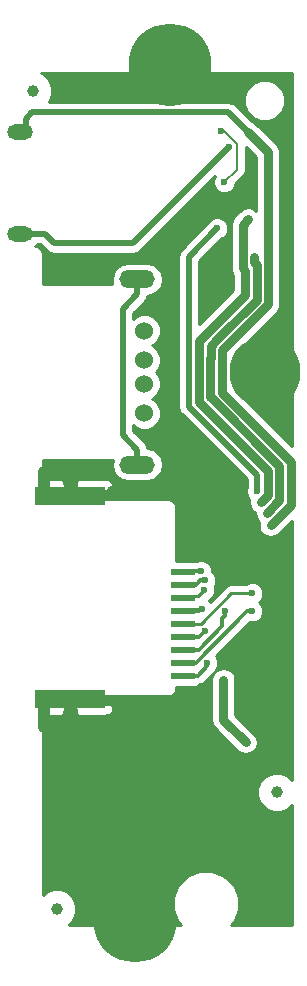
<source format=gbr>
G04 #@! TF.FileFunction,Copper,L2,Bot,Signal*
%FSLAX46Y46*%
G04 Gerber Fmt 4.6, Leading zero omitted, Abs format (unit mm)*
G04 Created by KiCad (PCBNEW no-vcs-found-undefined) date Tue Nov  8 14:51:07 2016*
%MOMM*%
%LPD*%
G01*
G04 APERTURE LIST*
%ADD10C,0.600000*%
%ADD11C,0.900000*%
%ADD12C,1.000000*%
%ADD13C,7.000000*%
%ADD14C,6.000000*%
%ADD15O,2.200000X1.300000*%
%ADD16C,1.524000*%
%ADD17O,3.000000X1.524000*%
%ADD18R,6.000000X1.600000*%
%ADD19R,2.000000X0.550000*%
%ADD20R,3.000000X1.200000*%
%ADD21C,0.600000*%
%ADD22C,0.250000*%
%ADD23C,1.016000*%
%ADD24C,0.304800*%
%ADD25C,0.203200*%
%ADD26C,0.508000*%
%ADD27C,0.762000*%
%ADD28C,0.254000*%
G04 APERTURE END LIST*
D10*
D11*
X121650000Y-148000000D03*
X121600000Y-149300000D03*
X121650000Y-150550000D03*
X115750000Y-155850000D03*
D12*
X104394000Y-171458000D03*
X123012200Y-161600000D03*
X102362000Y-102200000D03*
D11*
X123799600Y-109804200D03*
X120700800Y-109931200D03*
X118643400Y-115189000D03*
X113842800Y-114884200D03*
X121615200Y-151739600D03*
X122800000Y-142000000D03*
X122800000Y-140900000D03*
X111125000Y-136118600D03*
D13*
X114000000Y-100000000D03*
X111000000Y-172500000D03*
D14*
X122000000Y-126000000D03*
D11*
X109067600Y-136093200D03*
D15*
X101300000Y-114300000D03*
X101300000Y-105700000D03*
D16*
X111800000Y-122500000D03*
X111800000Y-125000000D03*
X111800000Y-127000000D03*
X111800000Y-129500000D03*
D17*
X111200000Y-118150000D03*
X111200000Y-133850000D03*
D18*
X105500000Y-136508600D03*
X105500000Y-153708600D03*
D19*
X115100000Y-142908600D03*
X115100000Y-144008600D03*
X115100000Y-145108600D03*
X115100000Y-146208600D03*
X115100000Y-147308600D03*
X115100000Y-148408600D03*
X115100000Y-149508600D03*
X115100000Y-150608600D03*
X115100000Y-151708600D03*
D20*
X104000000Y-153508600D03*
X104000000Y-136708600D03*
D21*
X118050000Y-136150000D03*
X108800000Y-155200000D03*
X119253000Y-111226600D03*
X118287800Y-105613200D03*
X118560904Y-109937496D03*
X118948200Y-106984800D03*
X116898004Y-147898004D03*
X116681293Y-146087261D03*
X122483600Y-138958600D03*
X121664420Y-137034580D03*
X120588286Y-113080800D03*
X122166857Y-137914857D03*
X121081800Y-116281200D03*
X121350000Y-136100000D03*
X117967923Y-113834810D03*
X116616978Y-142879599D03*
X116956790Y-143649085D03*
X116866013Y-144477071D03*
X120950000Y-144750000D03*
X118599998Y-146200000D03*
X120950000Y-146250000D03*
X118500006Y-152050000D03*
X120396000Y-157353000D03*
X117133051Y-150633051D03*
D22*
X104000000Y-153408600D02*
X103500000Y-153908600D01*
X103500000Y-153908600D02*
X103500000Y-155000000D01*
X103500000Y-155000000D02*
X103700000Y-155200000D01*
X103700000Y-155200000D02*
X108800000Y-155200000D01*
D23*
X105500000Y-153708600D02*
X103402900Y-153708600D01*
X103402900Y-153708600D02*
X103300000Y-153811500D01*
X103300000Y-156005000D02*
X103314500Y-156019500D01*
X103300000Y-153811500D02*
X103300000Y-156005000D01*
D22*
X118050000Y-136150000D02*
X111156400Y-136150000D01*
X111156400Y-136150000D02*
X111125000Y-136118600D01*
D23*
X103314500Y-136492200D02*
X103314500Y-134429500D01*
X103330900Y-136508600D02*
X103314500Y-136492200D01*
X105500000Y-136508600D02*
X103330900Y-136508600D01*
X105500000Y-153708600D02*
X105500000Y-155728500D01*
X105500000Y-155728500D02*
X105981500Y-156210000D01*
X105500000Y-136508600D02*
X105500000Y-134847500D01*
X106680000Y-134683500D02*
X106743500Y-134747000D01*
X105664000Y-134683500D02*
X106680000Y-134683500D01*
X105500000Y-134847500D02*
X105664000Y-134683500D01*
D24*
X119984799Y-110926601D02*
X120904000Y-110007400D01*
X119253000Y-111226600D02*
X119552999Y-110926601D01*
X119552999Y-110926601D02*
X119984799Y-110926601D01*
D22*
X104000000Y-136608600D02*
X108552200Y-136608600D01*
X108552200Y-136608600D02*
X109067600Y-136093200D01*
D25*
X118560904Y-109937496D02*
X119634000Y-108864400D01*
X118568307Y-105613200D02*
X118287800Y-105613200D01*
X119634000Y-108864400D02*
X119634000Y-106678893D01*
X119634000Y-106678893D02*
X118568307Y-105613200D01*
D26*
X104145400Y-115087400D02*
X110845600Y-115087400D01*
X110845600Y-115087400D02*
X118948200Y-106984800D01*
X101750000Y-114300000D02*
X103358000Y-114300000D01*
X103358000Y-114300000D02*
X104145400Y-115087400D01*
D24*
X116381770Y-148408600D02*
X115100000Y-148408600D01*
X116898004Y-147898004D02*
X116387408Y-148408600D01*
X116387408Y-148408600D02*
X116381770Y-148408600D01*
X116512739Y-146087261D02*
X116512739Y-146100661D01*
X116404800Y-146208600D02*
X115100000Y-146208600D01*
X116512739Y-146100661D02*
X116404800Y-146208600D01*
X116681293Y-146087261D02*
X116512739Y-146087261D01*
D22*
X115100000Y-146108600D02*
X116659954Y-146108600D01*
X116659954Y-146108600D02*
X116681293Y-146087261D01*
D26*
X120573800Y-105714800D02*
X120573800Y-105664000D01*
X120573800Y-105664000D02*
X118917801Y-104008001D01*
X118917801Y-104008001D02*
X102283999Y-104008001D01*
X102283999Y-104008001D02*
X101750000Y-104542000D01*
X101750000Y-104542000D02*
X101750000Y-105700000D01*
D27*
X122275600Y-107416600D02*
X120573800Y-105714800D01*
X122275600Y-120269000D02*
X122275600Y-107416600D01*
X118364999Y-124179601D02*
X122275600Y-120269000D01*
X124206000Y-137236200D02*
X124206000Y-133585802D01*
X124206000Y-133585802D02*
X118364999Y-127744801D01*
X118364999Y-127744801D02*
X118364999Y-124179601D01*
X122483600Y-138958600D02*
X124206000Y-137236200D01*
X122278790Y-134379565D02*
X122278790Y-136420210D01*
X122278790Y-136420210D02*
X121664420Y-137034580D01*
X116411390Y-128512165D02*
X122278790Y-134379565D01*
X120351580Y-119472048D02*
X116411390Y-123412238D01*
X116411390Y-123412238D02*
X116411390Y-128512165D01*
X120351580Y-117455980D02*
X120351580Y-119472048D01*
X120588286Y-113080800D02*
X120119790Y-113549296D01*
X120119790Y-113549296D02*
X120119790Y-117224190D01*
X120119790Y-117224190D02*
X120351580Y-117455980D01*
X123240800Y-136840914D02*
X122166857Y-137914857D01*
X117402991Y-128143279D02*
X123240800Y-133981088D01*
X123240800Y-133981088D02*
X123240800Y-136840914D01*
X117373400Y-124815600D02*
X117373400Y-128113688D01*
X117373400Y-128113688D02*
X117402991Y-128143279D01*
X117402991Y-124786009D02*
X117373400Y-124815600D01*
X117402991Y-123781123D02*
X117402991Y-124786009D01*
X117966523Y-123217591D02*
X117402991Y-123781123D01*
X121313590Y-119870524D02*
X117966523Y-123217591D01*
X121313590Y-116937254D02*
X121313590Y-119870524D01*
X121081800Y-116281200D02*
X121081800Y-116705464D01*
X121081800Y-116705464D02*
X121313590Y-116937254D01*
D26*
X117967923Y-113834810D02*
X115576381Y-116226352D01*
X115576381Y-116226352D02*
X115576381Y-128926381D01*
X115576381Y-128926381D02*
X121350000Y-134700000D01*
X121350000Y-134700000D02*
X121350000Y-136100000D01*
D22*
X115141400Y-142850000D02*
X116587379Y-142850000D01*
X116587379Y-142850000D02*
X116616978Y-142879599D01*
D24*
X116616978Y-142879599D02*
X115129001Y-142879599D01*
X115100000Y-144008600D02*
X116203200Y-144008600D01*
X116203200Y-144008600D02*
X116303200Y-143908600D01*
X116303200Y-143908600D02*
X116303200Y-143878411D01*
X116303200Y-143878411D02*
X116532526Y-143649085D01*
X116532526Y-143649085D02*
X116956790Y-143649085D01*
D22*
X115100000Y-143908600D02*
X116350000Y-143908600D01*
X116350000Y-143908600D02*
X116303200Y-143908600D01*
X115100000Y-145008600D02*
X116334484Y-145008600D01*
X116334484Y-145008600D02*
X116866013Y-144477071D01*
X115100000Y-147308600D02*
X116566396Y-147308600D01*
X116566396Y-147308600D02*
X119124996Y-144750000D01*
X119124996Y-144750000D02*
X120950000Y-144750000D01*
D24*
X118599998Y-146624264D02*
X118599998Y-146200000D01*
X118400000Y-146824262D02*
X118599998Y-146624264D01*
X118400000Y-147513400D02*
X118400000Y-146824262D01*
X115100000Y-149508600D02*
X116404800Y-149508600D01*
X116404800Y-149508600D02*
X118400000Y-147513400D01*
X118400000Y-147513400D02*
X118400000Y-147500000D01*
D22*
X118400000Y-146824262D02*
X118400000Y-147500000D01*
D24*
X115100000Y-150608600D02*
X116167136Y-150608600D01*
X116167136Y-150608600D02*
X120525736Y-146250000D01*
X120525736Y-146250000D02*
X120950000Y-146250000D01*
D27*
X118500006Y-155457006D02*
X118500006Y-152474264D01*
X120396000Y-157353000D02*
X118500006Y-155457006D01*
X118500006Y-152474264D02*
X118500006Y-152050000D01*
D24*
X115100000Y-151708600D02*
X116341400Y-151708600D01*
X117133051Y-150916949D02*
X117133051Y-150633051D01*
X116341400Y-151708600D02*
X117133051Y-150916949D01*
D26*
X109956600Y-120663400D02*
X109956600Y-131336600D01*
X109956600Y-131336600D02*
X111200000Y-132580000D01*
X111200000Y-132580000D02*
X111200000Y-133850000D01*
X111200000Y-118150000D02*
X111200000Y-119420000D01*
X111200000Y-119420000D02*
X109956600Y-120663400D01*
D28*
G36*
X121259600Y-107837441D02*
X121259600Y-112330905D01*
X120977093Y-112142139D01*
X120588286Y-112064801D01*
X120199479Y-112142139D01*
X119869865Y-112362380D01*
X119401370Y-112830876D01*
X119181128Y-113160489D01*
X119181128Y-113160490D01*
X119103790Y-113549296D01*
X119103790Y-117224190D01*
X119149896Y-117455980D01*
X119181128Y-117612997D01*
X119335580Y-117844149D01*
X119335580Y-119051207D01*
X116465381Y-121921407D01*
X116465381Y-116594588D01*
X118386397Y-114673572D01*
X118496866Y-114627927D01*
X118760115Y-114365137D01*
X118902761Y-114021609D01*
X118903085Y-113649643D01*
X118761040Y-113305867D01*
X118498250Y-113042618D01*
X118154722Y-112899972D01*
X117782756Y-112899648D01*
X117438980Y-113041693D01*
X117175731Y-113304483D01*
X117129374Y-113416123D01*
X114947763Y-115597734D01*
X114755052Y-115886146D01*
X114687381Y-116226352D01*
X114687381Y-128926381D01*
X114755052Y-129266587D01*
X114929833Y-129528165D01*
X114947763Y-129554999D01*
X120461000Y-135068236D01*
X120461000Y-135802811D01*
X120415162Y-135913201D01*
X120414838Y-136285167D01*
X120556883Y-136628943D01*
X120700491Y-136772802D01*
X120648421Y-137034580D01*
X120725758Y-137423387D01*
X120946000Y-137753000D01*
X121155243Y-137892813D01*
X121150858Y-137914857D01*
X121228195Y-138303664D01*
X121448437Y-138633277D01*
X121522471Y-138682745D01*
X121467601Y-138958600D01*
X121544938Y-139347407D01*
X121765180Y-139677020D01*
X122094793Y-139897262D01*
X122483600Y-139974599D01*
X122872407Y-139897262D01*
X123202020Y-139677020D01*
X124290000Y-138589041D01*
X124290000Y-160554449D01*
X123944100Y-160207945D01*
X123340447Y-159957286D01*
X122686821Y-159956716D01*
X122082731Y-160206320D01*
X121620145Y-160668100D01*
X121369486Y-161271753D01*
X121368916Y-161925379D01*
X121618520Y-162529469D01*
X122080300Y-162992055D01*
X122683953Y-163242714D01*
X123337579Y-163243284D01*
X123941669Y-162993680D01*
X124290000Y-162645956D01*
X124290000Y-172790000D01*
X119137576Y-172790000D01*
X119352854Y-172575098D01*
X119776517Y-171554803D01*
X119777481Y-170450044D01*
X119355599Y-169429011D01*
X118575098Y-168647146D01*
X117554803Y-168223483D01*
X116450044Y-168222519D01*
X115429011Y-168644401D01*
X114647146Y-169424902D01*
X114223483Y-170445197D01*
X114222519Y-171549956D01*
X114644401Y-172570989D01*
X114863030Y-172790000D01*
X105385257Y-172790000D01*
X105786055Y-172389900D01*
X106036714Y-171786247D01*
X106037284Y-171132621D01*
X105787680Y-170528531D01*
X105325900Y-170065945D01*
X104722247Y-169815286D01*
X104068621Y-169814716D01*
X103464531Y-170064320D01*
X103210000Y-170318408D01*
X103210000Y-155143600D01*
X104833250Y-155143600D01*
X104992000Y-154984850D01*
X104992000Y-154743600D01*
X105626310Y-154743600D01*
X105859699Y-154646927D01*
X106008000Y-154498625D01*
X106008000Y-154984850D01*
X106166750Y-155143600D01*
X108626310Y-155143600D01*
X108859699Y-155046927D01*
X109038327Y-154868298D01*
X109135000Y-154634909D01*
X109135000Y-154267350D01*
X108976250Y-154108600D01*
X106135000Y-154108600D01*
X106135000Y-153967350D01*
X105976250Y-153808600D01*
X104972000Y-153808600D01*
X104972000Y-153460000D01*
X113800000Y-153460000D01*
X114071705Y-153405954D01*
X114302046Y-153252046D01*
X114455954Y-153021705D01*
X114510000Y-152750000D01*
X114510000Y-152631040D01*
X116100000Y-152631040D01*
X116347765Y-152581757D01*
X116533208Y-152457847D01*
X116642725Y-152436063D01*
X116898176Y-152265376D01*
X117680124Y-151483428D01*
X117561344Y-151661194D01*
X117484006Y-152050000D01*
X117484006Y-155457006D01*
X117548513Y-155781306D01*
X117561344Y-155845813D01*
X117781586Y-156175426D01*
X119677579Y-158071420D01*
X120007193Y-158291661D01*
X120396000Y-158368999D01*
X120784807Y-158291661D01*
X121114420Y-158071420D01*
X121334661Y-157741807D01*
X121411999Y-157353000D01*
X121334661Y-156964193D01*
X121114420Y-156634579D01*
X119516006Y-155036166D01*
X119516006Y-152050000D01*
X119438668Y-151661194D01*
X119218426Y-151331580D01*
X118888812Y-151111338D01*
X118500006Y-151034000D01*
X118111200Y-151111338D01*
X117787402Y-151327694D01*
X117841009Y-151247465D01*
X117925243Y-151163378D01*
X118067889Y-150819850D01*
X118068213Y-150447884D01*
X117926168Y-150104108D01*
X117855736Y-150033552D01*
X120721688Y-147167600D01*
X120763201Y-147184838D01*
X121135167Y-147185162D01*
X121478943Y-147043117D01*
X121742192Y-146780327D01*
X121884838Y-146436799D01*
X121885162Y-146064833D01*
X121743117Y-145721057D01*
X121522291Y-145499845D01*
X121742192Y-145280327D01*
X121884838Y-144936799D01*
X121885162Y-144564833D01*
X121743117Y-144221057D01*
X121480327Y-143957808D01*
X121136799Y-143815162D01*
X120764833Y-143814838D01*
X120421057Y-143956883D01*
X120387882Y-143990000D01*
X119124996Y-143990000D01*
X118834157Y-144047852D01*
X118587595Y-144212599D01*
X117358244Y-145441950D01*
X117247573Y-145331085D01*
X117394956Y-145270188D01*
X117658205Y-145007398D01*
X117800851Y-144663870D01*
X117801175Y-144291904D01*
X117751845Y-144172517D01*
X117891628Y-143835884D01*
X117891952Y-143463918D01*
X117749907Y-143120142D01*
X117551942Y-142921831D01*
X117552140Y-142694432D01*
X117410095Y-142350656D01*
X117147305Y-142087407D01*
X116803777Y-141944761D01*
X116431811Y-141944437D01*
X116255821Y-142017154D01*
X116100000Y-141986160D01*
X114510000Y-141986160D01*
X114510000Y-137500000D01*
X114455954Y-137228295D01*
X114302046Y-136997954D01*
X114071705Y-136844046D01*
X113800000Y-136790000D01*
X104972000Y-136790000D01*
X104972000Y-136408600D01*
X105976250Y-136408600D01*
X106135000Y-136249850D01*
X106135000Y-136108600D01*
X108976250Y-136108600D01*
X109135000Y-135949850D01*
X109135000Y-135582291D01*
X109038327Y-135348902D01*
X108859699Y-135170273D01*
X108626310Y-135073600D01*
X106166750Y-135073600D01*
X106008000Y-135232350D01*
X106008000Y-135718575D01*
X105859699Y-135570273D01*
X105626310Y-135473600D01*
X104992000Y-135473600D01*
X104992000Y-135232350D01*
X104833250Y-135073600D01*
X103210000Y-135073600D01*
X103210000Y-133425000D01*
X109107710Y-133425000D01*
X109023173Y-133850000D01*
X109129513Y-134384609D01*
X109432345Y-134837828D01*
X109885564Y-135140660D01*
X110420173Y-135247000D01*
X111979827Y-135247000D01*
X112514436Y-135140660D01*
X112967655Y-134837828D01*
X113270487Y-134384609D01*
X113376827Y-133850000D01*
X113270487Y-133315391D01*
X112967655Y-132862172D01*
X112514436Y-132559340D01*
X112067195Y-132470379D01*
X112021329Y-132239794D01*
X111828618Y-131951382D01*
X110845600Y-130968364D01*
X110845600Y-130521316D01*
X111007630Y-130683629D01*
X111520900Y-130896757D01*
X112076661Y-130897242D01*
X112590303Y-130685010D01*
X112983629Y-130292370D01*
X113196757Y-129779100D01*
X113197242Y-129223339D01*
X112985010Y-128709697D01*
X112592370Y-128316371D01*
X112432772Y-128250100D01*
X112590303Y-128185010D01*
X112983629Y-127792370D01*
X113196757Y-127279100D01*
X113197242Y-126723339D01*
X112985010Y-126209697D01*
X112775658Y-125999979D01*
X112983629Y-125792370D01*
X113196757Y-125279100D01*
X113197242Y-124723339D01*
X112985010Y-124209697D01*
X112592370Y-123816371D01*
X112432772Y-123750100D01*
X112590303Y-123685010D01*
X112983629Y-123292370D01*
X113196757Y-122779100D01*
X113197242Y-122223339D01*
X112985010Y-121709697D01*
X112592370Y-121316371D01*
X112079100Y-121103243D01*
X111523339Y-121102758D01*
X111009697Y-121314990D01*
X110845600Y-121478801D01*
X110845600Y-121031636D01*
X111828618Y-120048618D01*
X111885826Y-119963000D01*
X112021329Y-119760206D01*
X112067195Y-119529621D01*
X112514436Y-119440660D01*
X112967655Y-119137828D01*
X113270487Y-118684609D01*
X113376827Y-118150000D01*
X113270487Y-117615391D01*
X112967655Y-117162172D01*
X112514436Y-116859340D01*
X111979827Y-116753000D01*
X110420173Y-116753000D01*
X109885564Y-116859340D01*
X109432345Y-117162172D01*
X109129513Y-117615391D01*
X109023173Y-118150000D01*
X109101345Y-118543000D01*
X103210000Y-118543000D01*
X103210000Y-116000000D01*
X103155954Y-115728295D01*
X103002046Y-115497954D01*
X102771705Y-115344046D01*
X102554595Y-115300860D01*
X102692623Y-115208632D01*
X102705741Y-115189000D01*
X102989764Y-115189000D01*
X103516782Y-115716018D01*
X103805194Y-115908729D01*
X104145400Y-115976400D01*
X110845600Y-115976400D01*
X111185806Y-115908729D01*
X111474218Y-115716018D01*
X117758519Y-109431717D01*
X117626066Y-109750697D01*
X117625742Y-110122663D01*
X117767787Y-110466439D01*
X118030577Y-110729688D01*
X118374105Y-110872334D01*
X118746071Y-110872658D01*
X119089847Y-110730613D01*
X119353096Y-110467823D01*
X119495742Y-110124295D01*
X119495812Y-110044298D01*
X120154855Y-109385255D01*
X120314530Y-109146285D01*
X120370600Y-108864400D01*
X120370600Y-106948440D01*
X121259600Y-107837441D01*
X121259600Y-107837441D01*
G37*
X121259600Y-107837441D02*
X121259600Y-112330905D01*
X120977093Y-112142139D01*
X120588286Y-112064801D01*
X120199479Y-112142139D01*
X119869865Y-112362380D01*
X119401370Y-112830876D01*
X119181128Y-113160489D01*
X119181128Y-113160490D01*
X119103790Y-113549296D01*
X119103790Y-117224190D01*
X119149896Y-117455980D01*
X119181128Y-117612997D01*
X119335580Y-117844149D01*
X119335580Y-119051207D01*
X116465381Y-121921407D01*
X116465381Y-116594588D01*
X118386397Y-114673572D01*
X118496866Y-114627927D01*
X118760115Y-114365137D01*
X118902761Y-114021609D01*
X118903085Y-113649643D01*
X118761040Y-113305867D01*
X118498250Y-113042618D01*
X118154722Y-112899972D01*
X117782756Y-112899648D01*
X117438980Y-113041693D01*
X117175731Y-113304483D01*
X117129374Y-113416123D01*
X114947763Y-115597734D01*
X114755052Y-115886146D01*
X114687381Y-116226352D01*
X114687381Y-128926381D01*
X114755052Y-129266587D01*
X114929833Y-129528165D01*
X114947763Y-129554999D01*
X120461000Y-135068236D01*
X120461000Y-135802811D01*
X120415162Y-135913201D01*
X120414838Y-136285167D01*
X120556883Y-136628943D01*
X120700491Y-136772802D01*
X120648421Y-137034580D01*
X120725758Y-137423387D01*
X120946000Y-137753000D01*
X121155243Y-137892813D01*
X121150858Y-137914857D01*
X121228195Y-138303664D01*
X121448437Y-138633277D01*
X121522471Y-138682745D01*
X121467601Y-138958600D01*
X121544938Y-139347407D01*
X121765180Y-139677020D01*
X122094793Y-139897262D01*
X122483600Y-139974599D01*
X122872407Y-139897262D01*
X123202020Y-139677020D01*
X124290000Y-138589041D01*
X124290000Y-160554449D01*
X123944100Y-160207945D01*
X123340447Y-159957286D01*
X122686821Y-159956716D01*
X122082731Y-160206320D01*
X121620145Y-160668100D01*
X121369486Y-161271753D01*
X121368916Y-161925379D01*
X121618520Y-162529469D01*
X122080300Y-162992055D01*
X122683953Y-163242714D01*
X123337579Y-163243284D01*
X123941669Y-162993680D01*
X124290000Y-162645956D01*
X124290000Y-172790000D01*
X119137576Y-172790000D01*
X119352854Y-172575098D01*
X119776517Y-171554803D01*
X119777481Y-170450044D01*
X119355599Y-169429011D01*
X118575098Y-168647146D01*
X117554803Y-168223483D01*
X116450044Y-168222519D01*
X115429011Y-168644401D01*
X114647146Y-169424902D01*
X114223483Y-170445197D01*
X114222519Y-171549956D01*
X114644401Y-172570989D01*
X114863030Y-172790000D01*
X105385257Y-172790000D01*
X105786055Y-172389900D01*
X106036714Y-171786247D01*
X106037284Y-171132621D01*
X105787680Y-170528531D01*
X105325900Y-170065945D01*
X104722247Y-169815286D01*
X104068621Y-169814716D01*
X103464531Y-170064320D01*
X103210000Y-170318408D01*
X103210000Y-155143600D01*
X104833250Y-155143600D01*
X104992000Y-154984850D01*
X104992000Y-154743600D01*
X105626310Y-154743600D01*
X105859699Y-154646927D01*
X106008000Y-154498625D01*
X106008000Y-154984850D01*
X106166750Y-155143600D01*
X108626310Y-155143600D01*
X108859699Y-155046927D01*
X109038327Y-154868298D01*
X109135000Y-154634909D01*
X109135000Y-154267350D01*
X108976250Y-154108600D01*
X106135000Y-154108600D01*
X106135000Y-153967350D01*
X105976250Y-153808600D01*
X104972000Y-153808600D01*
X104972000Y-153460000D01*
X113800000Y-153460000D01*
X114071705Y-153405954D01*
X114302046Y-153252046D01*
X114455954Y-153021705D01*
X114510000Y-152750000D01*
X114510000Y-152631040D01*
X116100000Y-152631040D01*
X116347765Y-152581757D01*
X116533208Y-152457847D01*
X116642725Y-152436063D01*
X116898176Y-152265376D01*
X117680124Y-151483428D01*
X117561344Y-151661194D01*
X117484006Y-152050000D01*
X117484006Y-155457006D01*
X117548513Y-155781306D01*
X117561344Y-155845813D01*
X117781586Y-156175426D01*
X119677579Y-158071420D01*
X120007193Y-158291661D01*
X120396000Y-158368999D01*
X120784807Y-158291661D01*
X121114420Y-158071420D01*
X121334661Y-157741807D01*
X121411999Y-157353000D01*
X121334661Y-156964193D01*
X121114420Y-156634579D01*
X119516006Y-155036166D01*
X119516006Y-152050000D01*
X119438668Y-151661194D01*
X119218426Y-151331580D01*
X118888812Y-151111338D01*
X118500006Y-151034000D01*
X118111200Y-151111338D01*
X117787402Y-151327694D01*
X117841009Y-151247465D01*
X117925243Y-151163378D01*
X118067889Y-150819850D01*
X118068213Y-150447884D01*
X117926168Y-150104108D01*
X117855736Y-150033552D01*
X120721688Y-147167600D01*
X120763201Y-147184838D01*
X121135167Y-147185162D01*
X121478943Y-147043117D01*
X121742192Y-146780327D01*
X121884838Y-146436799D01*
X121885162Y-146064833D01*
X121743117Y-145721057D01*
X121522291Y-145499845D01*
X121742192Y-145280327D01*
X121884838Y-144936799D01*
X121885162Y-144564833D01*
X121743117Y-144221057D01*
X121480327Y-143957808D01*
X121136799Y-143815162D01*
X120764833Y-143814838D01*
X120421057Y-143956883D01*
X120387882Y-143990000D01*
X119124996Y-143990000D01*
X118834157Y-144047852D01*
X118587595Y-144212599D01*
X117358244Y-145441950D01*
X117247573Y-145331085D01*
X117394956Y-145270188D01*
X117658205Y-145007398D01*
X117800851Y-144663870D01*
X117801175Y-144291904D01*
X117751845Y-144172517D01*
X117891628Y-143835884D01*
X117891952Y-143463918D01*
X117749907Y-143120142D01*
X117551942Y-142921831D01*
X117552140Y-142694432D01*
X117410095Y-142350656D01*
X117147305Y-142087407D01*
X116803777Y-141944761D01*
X116431811Y-141944437D01*
X116255821Y-142017154D01*
X116100000Y-141986160D01*
X114510000Y-141986160D01*
X114510000Y-137500000D01*
X114455954Y-137228295D01*
X114302046Y-136997954D01*
X114071705Y-136844046D01*
X113800000Y-136790000D01*
X104972000Y-136790000D01*
X104972000Y-136408600D01*
X105976250Y-136408600D01*
X106135000Y-136249850D01*
X106135000Y-136108600D01*
X108976250Y-136108600D01*
X109135000Y-135949850D01*
X109135000Y-135582291D01*
X109038327Y-135348902D01*
X108859699Y-135170273D01*
X108626310Y-135073600D01*
X106166750Y-135073600D01*
X106008000Y-135232350D01*
X106008000Y-135718575D01*
X105859699Y-135570273D01*
X105626310Y-135473600D01*
X104992000Y-135473600D01*
X104992000Y-135232350D01*
X104833250Y-135073600D01*
X103210000Y-135073600D01*
X103210000Y-133425000D01*
X109107710Y-133425000D01*
X109023173Y-133850000D01*
X109129513Y-134384609D01*
X109432345Y-134837828D01*
X109885564Y-135140660D01*
X110420173Y-135247000D01*
X111979827Y-135247000D01*
X112514436Y-135140660D01*
X112967655Y-134837828D01*
X113270487Y-134384609D01*
X113376827Y-133850000D01*
X113270487Y-133315391D01*
X112967655Y-132862172D01*
X112514436Y-132559340D01*
X112067195Y-132470379D01*
X112021329Y-132239794D01*
X111828618Y-131951382D01*
X110845600Y-130968364D01*
X110845600Y-130521316D01*
X111007630Y-130683629D01*
X111520900Y-130896757D01*
X112076661Y-130897242D01*
X112590303Y-130685010D01*
X112983629Y-130292370D01*
X113196757Y-129779100D01*
X113197242Y-129223339D01*
X112985010Y-128709697D01*
X112592370Y-128316371D01*
X112432772Y-128250100D01*
X112590303Y-128185010D01*
X112983629Y-127792370D01*
X113196757Y-127279100D01*
X113197242Y-126723339D01*
X112985010Y-126209697D01*
X112775658Y-125999979D01*
X112983629Y-125792370D01*
X113196757Y-125279100D01*
X113197242Y-124723339D01*
X112985010Y-124209697D01*
X112592370Y-123816371D01*
X112432772Y-123750100D01*
X112590303Y-123685010D01*
X112983629Y-123292370D01*
X113196757Y-122779100D01*
X113197242Y-122223339D01*
X112985010Y-121709697D01*
X112592370Y-121316371D01*
X112079100Y-121103243D01*
X111523339Y-121102758D01*
X111009697Y-121314990D01*
X110845600Y-121478801D01*
X110845600Y-121031636D01*
X111828618Y-120048618D01*
X111885826Y-119963000D01*
X112021329Y-119760206D01*
X112067195Y-119529621D01*
X112514436Y-119440660D01*
X112967655Y-119137828D01*
X113270487Y-118684609D01*
X113376827Y-118150000D01*
X113270487Y-117615391D01*
X112967655Y-117162172D01*
X112514436Y-116859340D01*
X111979827Y-116753000D01*
X110420173Y-116753000D01*
X109885564Y-116859340D01*
X109432345Y-117162172D01*
X109129513Y-117615391D01*
X109023173Y-118150000D01*
X109101345Y-118543000D01*
X103210000Y-118543000D01*
X103210000Y-116000000D01*
X103155954Y-115728295D01*
X103002046Y-115497954D01*
X102771705Y-115344046D01*
X102554595Y-115300860D01*
X102692623Y-115208632D01*
X102705741Y-115189000D01*
X102989764Y-115189000D01*
X103516782Y-115716018D01*
X103805194Y-115908729D01*
X104145400Y-115976400D01*
X110845600Y-115976400D01*
X111185806Y-115908729D01*
X111474218Y-115716018D01*
X117758519Y-109431717D01*
X117626066Y-109750697D01*
X117625742Y-110122663D01*
X117767787Y-110466439D01*
X118030577Y-110729688D01*
X118374105Y-110872334D01*
X118746071Y-110872658D01*
X119089847Y-110730613D01*
X119353096Y-110467823D01*
X119495742Y-110124295D01*
X119495812Y-110044298D01*
X120154855Y-109385255D01*
X120314530Y-109146285D01*
X120370600Y-108864400D01*
X120370600Y-106948440D01*
X121259600Y-107837441D01*
G36*
X124290000Y-132232961D02*
X119380999Y-127323961D01*
X119380999Y-124600441D01*
X122994021Y-120987420D01*
X123214262Y-120657807D01*
X123263412Y-120410710D01*
X123291600Y-120269000D01*
X123291600Y-107416600D01*
X123244945Y-107182046D01*
X123214262Y-107027793D01*
X122994021Y-106698180D01*
X121292220Y-104996380D01*
X120962607Y-104776138D01*
X120938349Y-104771313D01*
X119546419Y-103379383D01*
X119497396Y-103346627D01*
X119492865Y-103343599D01*
X120264699Y-103343599D01*
X120528281Y-103981515D01*
X121015918Y-104470004D01*
X121653373Y-104734699D01*
X122343599Y-104735301D01*
X122981515Y-104471719D01*
X123470004Y-103984082D01*
X123734699Y-103346627D01*
X123735301Y-102656401D01*
X123471719Y-102018485D01*
X122984082Y-101529996D01*
X122346627Y-101265301D01*
X121656401Y-101264699D01*
X121018485Y-101528281D01*
X120529996Y-102015918D01*
X120265301Y-102653373D01*
X120264699Y-103343599D01*
X119492865Y-103343599D01*
X119258007Y-103186672D01*
X118917801Y-103119001D01*
X103759411Y-103119001D01*
X104004714Y-102528247D01*
X104005284Y-101874621D01*
X103755680Y-101270531D01*
X103293900Y-100807945D01*
X103058023Y-100710000D01*
X124290000Y-100710000D01*
X124290000Y-132232961D01*
X124290000Y-132232961D01*
G37*
X124290000Y-132232961D02*
X119380999Y-127323961D01*
X119380999Y-124600441D01*
X122994021Y-120987420D01*
X123214262Y-120657807D01*
X123263412Y-120410710D01*
X123291600Y-120269000D01*
X123291600Y-107416600D01*
X123244945Y-107182046D01*
X123214262Y-107027793D01*
X122994021Y-106698180D01*
X121292220Y-104996380D01*
X120962607Y-104776138D01*
X120938349Y-104771313D01*
X119546419Y-103379383D01*
X119497396Y-103346627D01*
X119492865Y-103343599D01*
X120264699Y-103343599D01*
X120528281Y-103981515D01*
X121015918Y-104470004D01*
X121653373Y-104734699D01*
X122343599Y-104735301D01*
X122981515Y-104471719D01*
X123470004Y-103984082D01*
X123734699Y-103346627D01*
X123735301Y-102656401D01*
X123471719Y-102018485D01*
X122984082Y-101529996D01*
X122346627Y-101265301D01*
X121656401Y-101264699D01*
X121018485Y-101528281D01*
X120529996Y-102015918D01*
X120265301Y-102653373D01*
X120264699Y-103343599D01*
X119492865Y-103343599D01*
X119258007Y-103186672D01*
X118917801Y-103119001D01*
X103759411Y-103119001D01*
X104004714Y-102528247D01*
X104005284Y-101874621D01*
X103755680Y-101270531D01*
X103293900Y-100807945D01*
X103058023Y-100710000D01*
X124290000Y-100710000D01*
X124290000Y-132232961D01*
M02*

</source>
